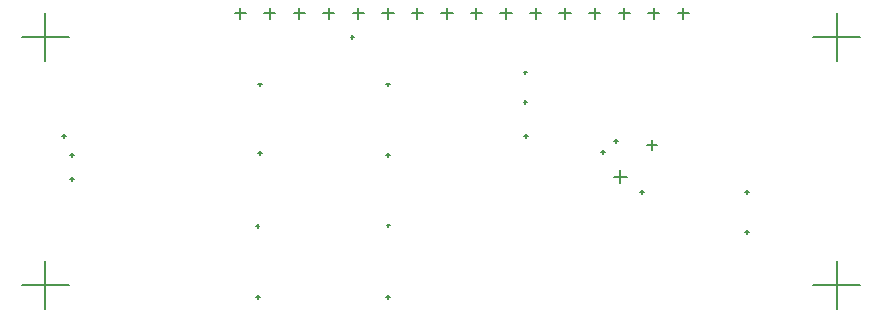
<source format=gbr>
%TF.GenerationSoftware,Altium Limited,Altium Designer,21.3.2 (30)*%
G04 Layer_Color=128*
%FSLAX45Y45*%
%MOMM*%
%TF.SameCoordinates,A53E8B12-5703-4EC1-9ACC-F1C4DEFA11C2*%
%TF.FilePolarity,Positive*%
%TF.FileFunction,Drillmap*%
%TF.Part,Single*%
G01*
G75*
%TA.AperFunction,NonConductor*%
%ADD39C,0.12700*%
D39*
X7600000Y1000000D02*
X8000000D01*
X7800000Y800000D02*
Y1200000D01*
X7600000Y3100000D02*
X8000000D01*
X7800000Y2900000D02*
Y3300000D01*
X900000Y3100000D02*
X1300000D01*
X1100000Y2900000D02*
Y3300000D01*
X900000Y1000000D02*
X1300000D01*
X1100000Y800000D02*
Y1200000D01*
X2702500Y3300000D02*
X2797500D01*
X2750000Y3252500D02*
Y3347500D01*
X2952500Y3300000D02*
X3047500D01*
X3000000Y3252500D02*
Y3347500D01*
X3202500Y3300000D02*
X3297500D01*
X3250000Y3252500D02*
Y3347500D01*
X3452500Y3300000D02*
X3547500D01*
X3500000Y3252500D02*
Y3347500D01*
X3702500Y3300000D02*
X3797500D01*
X3750000Y3252500D02*
Y3347500D01*
X3952500Y3300000D02*
X4047500D01*
X4000000Y3252500D02*
Y3347500D01*
X4202500Y3300000D02*
X4297500D01*
X4250000Y3252500D02*
Y3347500D01*
X4452500Y3300000D02*
X4547500D01*
X4500000Y3252500D02*
Y3347500D01*
X4702500Y3300000D02*
X4797500D01*
X4750000Y3252500D02*
Y3347500D01*
X4952500Y3300000D02*
X5047500D01*
X5000000Y3252500D02*
Y3347500D01*
X5202500Y3300000D02*
X5297500D01*
X5250000Y3252500D02*
Y3347500D01*
X5452500Y3300000D02*
X5547500D01*
X5500000Y3252500D02*
Y3347500D01*
X5702500Y3300000D02*
X5797500D01*
X5750000Y3252500D02*
Y3347500D01*
X5952500Y3300000D02*
X6047500D01*
X6000000Y3252500D02*
Y3347500D01*
X6202500Y3300000D02*
X6297500D01*
X6250000Y3252500D02*
Y3347500D01*
X6452500Y3300000D02*
X6547500D01*
X6500000Y3252500D02*
Y3347500D01*
X6194350Y2184350D02*
X6274350D01*
X6234350Y2144350D02*
Y2224350D01*
X5910650Y1915650D02*
X6020649D01*
X5965649Y1860650D02*
Y1970650D01*
X2885000Y900000D02*
X2915000D01*
X2900000Y885000D02*
Y915000D01*
X3985000Y900000D02*
X4015000D01*
X4000000Y885000D02*
Y915000D01*
X3685000Y3100000D02*
X3715000D01*
X3700000Y3085000D02*
Y3115000D01*
X1241537Y2262408D02*
X1271537D01*
X1256537Y2247408D02*
Y2277408D01*
X1310000Y2100000D02*
X1340000D01*
X1325000Y2085000D02*
Y2115000D01*
X1310000Y1900000D02*
X1340000D01*
X1325000Y1885000D02*
Y1915000D01*
X5150000Y2800000D02*
X5180000D01*
X5165000Y2785000D02*
Y2815000D01*
X5150000Y2550000D02*
X5180000D01*
X5165000Y2535000D02*
Y2565000D01*
X5153917Y2261751D02*
X5183917D01*
X5168917Y2246751D02*
Y2276751D01*
X6134704Y1788868D02*
X6164703D01*
X6149703Y1773868D02*
Y1803868D01*
X5807500Y2125000D02*
X5837500D01*
X5822500Y2110000D02*
Y2140000D01*
X5917632Y2219796D02*
X5947632D01*
X5932632Y2204796D02*
Y2234796D01*
X7025000Y1790000D02*
X7055000D01*
X7040000Y1775000D02*
Y1805000D01*
X7025000Y1450000D02*
X7055000D01*
X7040000Y1435000D02*
Y1465000D01*
X3988552Y1505805D02*
X4018552D01*
X4003552Y1490805D02*
Y1520805D01*
X2882432Y1497907D02*
X2912432D01*
X2897432Y1482907D02*
Y1512907D01*
X3985000Y2700000D02*
X4015000D01*
X4000000Y2685000D02*
Y2715000D01*
X3985000Y2100000D02*
X4015000D01*
X4000000Y2085000D02*
Y2115000D01*
X2900000Y2119290D02*
X2930000D01*
X2915000Y2104290D02*
Y2134290D01*
X2900000Y2700000D02*
X2930000D01*
X2915000Y2685000D02*
Y2715000D01*
%TF.MD5,3f42ef4ce934a798c9c329f391022895*%
M02*

</source>
